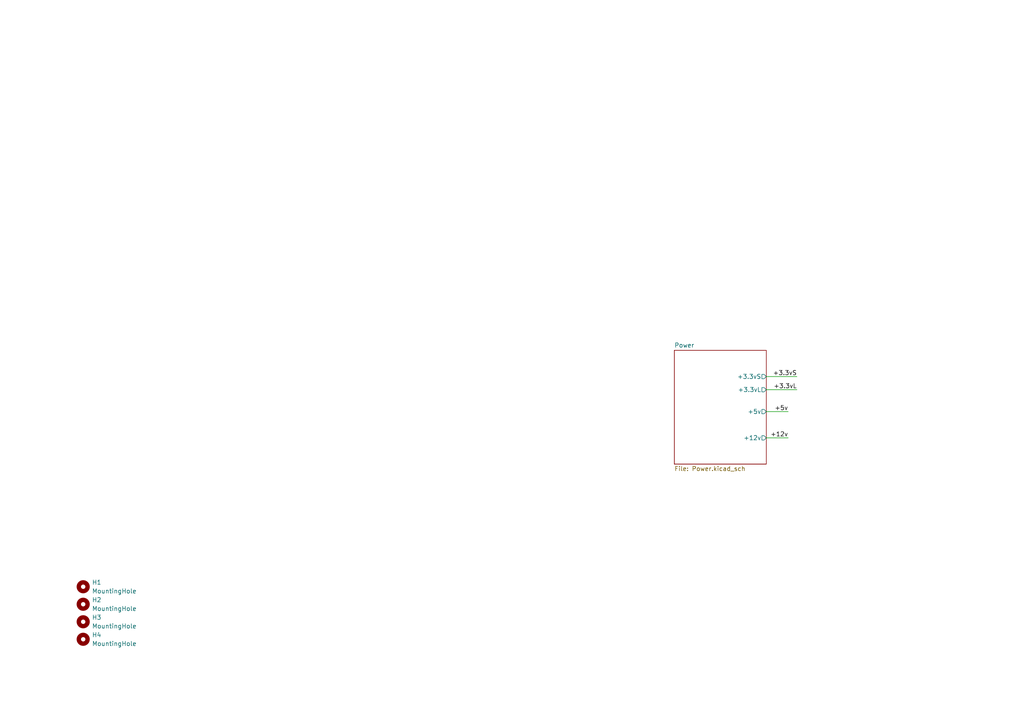
<source format=kicad_sch>
(kicad_sch (version 20211123) (generator eeschema)
  (paper "A4")
  (lib_symbols
    (symbol "Mechanical:MountingHole" (pin_names (offset 1.016))
      (property "Reference" "H" (at 0 5.08 0))
      (property "Value" "MountingHole" (at 0 3.175 0))
      (symbol "MountingHole_0_1"
        (circle (center 0 0) (radius 1.27) (stroke (width 1.27)))
      )
    )
  )
  (wire (pts (xy 222.25 127) (xy 228.6 127)))
  (wire (pts (xy 222.25 119.38) (xy 228.6 119.38)))
  (wire (pts (xy 222.25 109.22) (xy 231.14 109.22)))
  (wire (pts (xy 222.25 113.03) (xy 231.14 113.03)))
  (label "+12v" (at 228.6 127 180))
  (label "+3.3vS" (at 231.14 109.22 180))
  (label "+5v" (at 228.6 119.38 180))
  (label "+3.3vL" (at 231.14 113.03 180))
  (symbol (lib_id "Mechanical:MountingHole") (at 24.13 180.34 0) (unit 1)
    (property "Reference" "H3" (at 26.67 179.0699 0) (effects (justify left)))
    (property "Value" "MountingHole" (at 26.67 181.6099 0) (effects (justify left)))
    (property "Footprint" "MountingHole:MountingHole_3mm_Pad_Via" (effects hide))
  )
  (symbol (lib_id "Mechanical:MountingHole") (at 24.13 185.42 0) (unit 1)
    (property "Reference" "H4" (at 26.67 184.1499 0) (effects (justify left)))
    (property "Value" "MountingHole" (at 26.67 186.6899 0) (effects (justify left)))
    (property "Footprint" "MountingHole:MountingHole_3mm_Pad_Via" (effects hide))
  )
  (symbol (lib_id "Mechanical:MountingHole") (at 24.13 170.18 0) (unit 1)
    (property "Reference" "H1" (at 26.67 168.9099 0) (effects (justify left)))
    (property "Value" "MountingHole" (at 26.67 171.4499 0) (effects (justify left)))
    (property "Footprint" "MountingHole:MountingHole_3mm_Pad_Via" (effects hide))
  )
  (symbol (lib_id "Mechanical:MountingHole") (at 24.13 175.26 0) (unit 1)
    (property "Reference" "H2" (at 26.67 173.9899 0) (effects (justify left)))
    (property "Value" "MountingHole" (at 26.67 176.5299 0) (effects (justify left)))
    (property "Footprint" "MountingHole:MountingHole_3mm_Pad_Via" (effects hide))
  )
  (sheet (at 195.58 101.6) (size 26.67 33.02) (stroke (width 0.1524))
    (property "Sheet name" "Power" (at 195.58 100.8884 0) (effects (justify left bottom)))
    (property "Sheet file" "Power.kicad_sch" (at 195.58 135.2046 0) (effects (justify left top)))
    (pin "+3.3vL" output (at 222.25 113.03 0))
    (pin "+5v" output (at 222.25 119.38 0))
    (pin "+3.3vS" output (at 222.25 109.22 0))
    (pin "+12v" output (at 222.25 127 0))
  )
)
</source>
